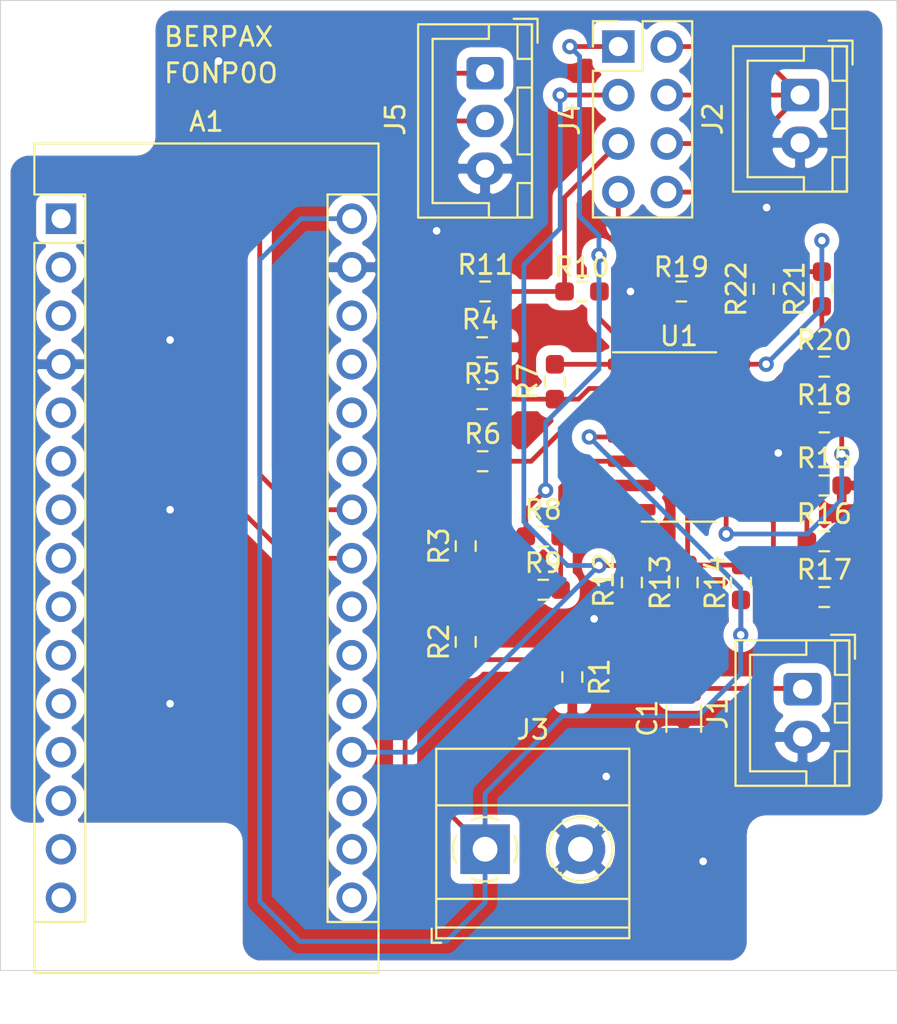
<source format=kicad_pcb>
(kicad_pcb (version 20171130) (host pcbnew "(5.1.8)-1")
  (layers (0 F.Cu signal) (31 B.Cu signal) (34 B.Paste user) (35 F.Paste user) (36 B.SilkS user) (37 F.SilkS user) (38 B.Mask user) (39 F.Mask user) (44 Edge.Cuts user))
  (net 0 "")
  (net 1 "Net-(A1-Pad16)")
  (net 2 "Net-(A1-Pad15)")
  (net 3 +12V)
  (net 4 "Net-(A1-Pad14)")
  (net 5 GND)
  (net 6 "Net-(A1-Pad13)")
  (net 7 "Net-(A1-Pad28)")
  (net 8 "Net-(A1-Pad12)")
  (net 9 "Net-(A1-Pad27)")
  (net 10 "Net-(A1-Pad11)")
  (net 11 "Net-(A1-Pad26)")
  (net 12 "Net-(A1-Pad10)")
  (net 13 "Net-(A1-Pad25)")
  (net 14 "Net-(A1-Pad9)")
  (net 15 "Net-(A1-Pad24)")
  (net 16 "Net-(A1-Pad8)")
  (net 17 "Net-(A1-Pad23)")
  (net 18 "Net-(A1-Pad7)")
  (net 19 "Net-(A1-Pad22)")
  (net 20 "Net-(A1-Pad6)")
  (net 21 "Net-(A1-Pad21)")
  (net 22 "Net-(A1-Pad5)")
  (net 23 "Net-(A1-Pad20)")
  (net 24 0-5V)
  (net 25 "Net-(A1-Pad3)")
  (net 26 "Net-(A1-Pad18)")
  (net 27 "Net-(A1-Pad2)")
  (net 28 "Net-(A1-Pad17)")
  (net 29 "Net-(A1-Pad1)")
  (net 30 "Net-(C1-Pad1)")
  (net 31 "Net-(J2-Pad1)")
  (net 32 4-20mA)
  (net 33 0-3V3)
  (net 34 0-10V)
  (net 35 "Net-(R2-Pad1)")
  (net 36 "Net-(R3-Pad1)")
  (net 37 "Net-(R4-Pad2)")
  (net 38 "Net-(R5-Pad2)")
  (net 39 "Net-(R8-Pad2)")
  (net 40 "Net-(R12-Pad2)")
  (net 41 "Net-(R13-Pad2)")
  (net 42 "Net-(R15-Pad1)")
  (net 43 "Net-(R16-Pad2)")
  (net 44 "Net-(R17-Pad1)")
  (net 45 "Net-(R18-Pad1)")
  (net 46 "Net-(R20-Pad2)")
  (net 47 "Net-(R21-Pad2)")
  (module Package_SO:SOIC-14_3.9x8.7mm_P1.27mm (layer F.Cu) (at 80.01 53.34)
    (fp_text reference U1 (at 0 -5.28) (layer F.SilkS))
    (fp_text value Opamp_Quad_Generic)
    (fp_line (start 0 4.435) (end 1.95 4.435) (layer F.SilkS) (width 0.12))
    (fp_line (start 0 4.435) (end -1.95 4.435) (layer F.SilkS) (width 0.12))
    (fp_line (start 0 -4.435) (end 1.95 -4.435) (layer F.SilkS) (width 0.12))
    (fp_line (start 0 -4.435) (end -3.45 -4.435) (layer F.SilkS) (width 0.12))
    (pad 14 smd roundrect (at 2.475 -3.81) (size 2.5 0.6) (layers F.Cu F.Paste F.Mask) (net 47 "Net-(R21-Pad2)"))
    (pad 13 smd roundrect (at 2.475 -2.54) (size 2.5 0.6) (layers F.Cu F.Paste F.Mask) (net 46 "Net-(R20-Pad2)"))
    (pad 12 smd roundrect (at 2.475 -1.27) (size 2.5 0.6) (layers F.Cu F.Paste F.Mask) (net 45 "Net-(R18-Pad1)"))
    (pad 11 smd roundrect (at 2.475 0) (size 2.5 0.6) (layers F.Cu F.Paste F.Mask) (net 5 GND))
    (pad 10 smd roundrect (at 2.475 1.27) (size 2.5 0.6) (layers F.Cu F.Paste F.Mask) (net 41 "Net-(R13-Pad2)"))
    (pad 9 smd roundrect (at 2.475 2.54) (size 2.5 0.6) (layers F.Cu F.Paste F.Mask) (net 42 "Net-(R15-Pad1)"))
    (pad 8 smd roundrect (at 2.475 3.81) (size 2.5 0.6) (layers F.Cu F.Paste F.Mask) (net 44 "Net-(R17-Pad1)"))
    (pad 7 smd roundrect (at -2.475 3.81) (size 2.5 0.6) (layers F.Cu F.Paste F.Mask) (net 24 0-5V))
    (pad 6 smd roundrect (at -2.475 2.54) (size 2.5 0.6) (layers F.Cu F.Paste F.Mask) (net 24 0-5V))
    (pad 5 smd roundrect (at -2.475 1.27) (size 2.5 0.6) (layers F.Cu F.Paste F.Mask) (net 39 "Net-(R8-Pad2)"))
    (pad 4 smd roundrect (at -2.475 0) (size 2.5 0.6) (layers F.Cu F.Paste F.Mask) (net 3 +12V))
    (pad 3 smd roundrect (at -2.475 -1.27) (size 2.5 0.6) (layers F.Cu F.Paste F.Mask) (net 36 "Net-(R3-Pad1)"))
    (pad 2 smd roundrect (at -2.475 -2.54) (size 2.5 0.6) (layers F.Cu F.Paste F.Mask) (net 38 "Net-(R5-Pad2)"))
    (pad 1 smd roundrect (at -2.475 -3.81) (size 2.5 0.6) (layers F.Cu F.Paste F.Mask) (net 34 0-10V))
  )
  (module MountingHole:MountingHole_3.2mm_M3 (layer F.Cu) (at 53.34 77.47)
    (fp_text reference M3 hide)
    (fp_text value MountingHole_3.2mm_M3)
    (pad 1 np_thru_hole circle (at 0 0) (size 3.2 3.2) (drill 3.2) (layers *.Cu *.Mask))
  )
  (module MountingHole:MountingHole_3.2mm_M3 (layer F.Cu) (at 48.26 34.29)
    (fp_text reference M3 hide)
    (fp_text value MountingHole_3.2mm_M3)
    (pad 1 np_thru_hole circle (at 0 0) (size 3.2 3.2) (drill 3.2) (layers *.Cu *.Mask))
  )
  (module MountingHole:MountingHole_3.2mm_M3 (layer F.Cu) (at 87.63 77.47)
    (fp_text reference M3 hide)
    (fp_text value MountingHole_3.2mm_M3)
    (pad 1 np_thru_hole circle (at 0 0) (size 3.2 3.2) (drill 3.2) (layers *.Cu *.Mask))
  )
  (module Module:Arduino_Nano (layer F.Cu) (at 47.625 41.91)
    (fp_text reference A1 (at 7.62 -5.08) (layer F.SilkS))
    (fp_text value Arduino_Nano_Every)
    (fp_line (start 1.27 1.27) (end 1.27 -1.27) (layer F.SilkS) (width 0.12))
    (fp_line (start 1.27 -1.27) (end -1.4 -1.27) (layer F.SilkS) (width 0.12))
    (fp_line (start -1.4 1.27) (end -1.4 39.5) (layer F.SilkS) (width 0.12))
    (fp_line (start -1.4 -3.94) (end -1.4 -1.27) (layer F.SilkS) (width 0.12))
    (fp_line (start 13.97 -1.27) (end 16.64 -1.27) (layer F.SilkS) (width 0.12))
    (fp_line (start 13.97 -1.27) (end 13.97 36.83) (layer F.SilkS) (width 0.12))
    (fp_line (start 13.97 36.83) (end 16.64 36.83) (layer F.SilkS) (width 0.12))
    (fp_line (start 1.27 1.27) (end -1.4 1.27) (layer F.SilkS) (width 0.12))
    (fp_line (start 1.27 1.27) (end 1.27 36.83) (layer F.SilkS) (width 0.12))
    (fp_line (start 1.27 36.83) (end -1.4 36.83) (layer F.SilkS) (width 0.12))
    (fp_line (start -1.4 39.5) (end 16.64 39.5) (layer F.SilkS) (width 0.12))
    (fp_line (start 16.64 39.5) (end 16.64 -3.94) (layer F.SilkS) (width 0.12))
    (fp_line (start 16.64 -3.94) (end -1.4 -3.94) (layer F.SilkS) (width 0.12))
    (pad 16 thru_hole oval (at 15.24 35.56) (size 1.6 1.6) (drill 1) (layers *.Cu *.Mask) (net 1 "Net-(A1-Pad16)"))
    (pad 15 thru_hole oval (at 0 35.56) (size 1.6 1.6) (drill 1) (layers *.Cu *.Mask) (net 2 "Net-(A1-Pad15)"))
    (pad 30 thru_hole oval (at 15.24 0) (size 1.6 1.6) (drill 1) (layers *.Cu *.Mask) (net 3 +12V))
    (pad 14 thru_hole oval (at 0 33.02) (size 1.6 1.6) (drill 1) (layers *.Cu *.Mask) (net 4 "Net-(A1-Pad14)"))
    (pad 29 thru_hole oval (at 15.24 2.54) (size 1.6 1.6) (drill 1) (layers *.Cu *.Mask) (net 5 GND))
    (pad 13 thru_hole oval (at 0 30.48) (size 1.6 1.6) (drill 1) (layers *.Cu *.Mask) (net 6 "Net-(A1-Pad13)"))
    (pad 28 thru_hole oval (at 15.24 5.08) (size 1.6 1.6) (drill 1) (layers *.Cu *.Mask) (net 7 "Net-(A1-Pad28)"))
    (pad 12 thru_hole oval (at 0 27.94) (size 1.6 1.6) (drill 1) (layers *.Cu *.Mask) (net 8 "Net-(A1-Pad12)"))
    (pad 27 thru_hole oval (at 15.24 7.62) (size 1.6 1.6) (drill 1) (layers *.Cu *.Mask) (net 9 "Net-(A1-Pad27)"))
    (pad 11 thru_hole oval (at 0 25.4) (size 1.6 1.6) (drill 1) (layers *.Cu *.Mask) (net 10 "Net-(A1-Pad11)"))
    (pad 26 thru_hole oval (at 15.24 10.16) (size 1.6 1.6) (drill 1) (layers *.Cu *.Mask) (net 11 "Net-(A1-Pad26)"))
    (pad 10 thru_hole oval (at 0 22.86) (size 1.6 1.6) (drill 1) (layers *.Cu *.Mask) (net 12 "Net-(A1-Pad10)"))
    (pad 25 thru_hole oval (at 15.24 12.7) (size 1.6 1.6) (drill 1) (layers *.Cu *.Mask) (net 13 "Net-(A1-Pad25)"))
    (pad 9 thru_hole oval (at 0 20.32) (size 1.6 1.6) (drill 1) (layers *.Cu *.Mask) (net 14 "Net-(A1-Pad9)"))
    (pad 24 thru_hole oval (at 15.24 15.24) (size 1.6 1.6) (drill 1) (layers *.Cu *.Mask) (net 15 "Net-(A1-Pad24)"))
    (pad 8 thru_hole oval (at 0 17.78) (size 1.6 1.6) (drill 1) (layers *.Cu *.Mask) (net 16 "Net-(A1-Pad8)"))
    (pad 23 thru_hole oval (at 15.24 17.78) (size 1.6 1.6) (drill 1) (layers *.Cu *.Mask) (net 17 "Net-(A1-Pad23)"))
    (pad 7 thru_hole oval (at 0 15.24) (size 1.6 1.6) (drill 1) (layers *.Cu *.Mask) (net 18 "Net-(A1-Pad7)"))
    (pad 22 thru_hole oval (at 15.24 20.32) (size 1.6 1.6) (drill 1) (layers *.Cu *.Mask) (net 19 "Net-(A1-Pad22)"))
    (pad 6 thru_hole oval (at 0 12.7) (size 1.6 1.6) (drill 1) (layers *.Cu *.Mask) (net 20 "Net-(A1-Pad6)"))
    (pad 21 thru_hole oval (at 15.24 22.86) (size 1.6 1.6) (drill 1) (layers *.Cu *.Mask) (net 21 "Net-(A1-Pad21)"))
    (pad 5 thru_hole oval (at 0 10.16) (size 1.6 1.6) (drill 1) (layers *.Cu *.Mask) (net 22 "Net-(A1-Pad5)"))
    (pad 20 thru_hole oval (at 15.24 25.4) (size 1.6 1.6) (drill 1) (layers *.Cu *.Mask) (net 23 "Net-(A1-Pad20)"))
    (pad 4 thru_hole oval (at 0 7.62) (size 1.6 1.6) (drill 1) (layers *.Cu *.Mask) (net 5 GND))
    (pad 19 thru_hole oval (at 15.24 27.94) (size 1.6 1.6) (drill 1) (layers *.Cu *.Mask) (net 24 0-5V))
    (pad 3 thru_hole oval (at 0 5.08) (size 1.6 1.6) (drill 1) (layers *.Cu *.Mask) (net 25 "Net-(A1-Pad3)"))
    (pad 18 thru_hole oval (at 15.24 30.48) (size 1.6 1.6) (drill 1) (layers *.Cu *.Mask) (net 26 "Net-(A1-Pad18)"))
    (pad 2 thru_hole oval (at 0 2.54) (size 1.6 1.6) (drill 1) (layers *.Cu *.Mask) (net 27 "Net-(A1-Pad2)"))
    (pad 17 thru_hole oval (at 15.24 33.02) (size 1.6 1.6) (drill 1) (layers *.Cu *.Mask) (net 28 "Net-(A1-Pad17)"))
    (pad 1 thru_hole rect (at 0 0) (size 1.6 1.6) (drill 1) (layers *.Cu *.Mask) (net 29 "Net-(A1-Pad1)"))
  )
  (module Capacitor_SMD:C_1206_3216Metric_Pad1.33x1.80mm_HandSolder (layer F.Cu) (at 80.264 68.072 270)
    (fp_text reference C1 (at 0 1.905 90) (layer F.SilkS))
    (fp_text value C)
    (fp_line (start -0.711252 -0.91) (end 0.711252 -0.91) (layer F.SilkS) (width 0.12))
    (fp_line (start -0.711252 0.91) (end 0.711252 0.91) (layer F.SilkS) (width 0.12))
    (pad 2 smd roundrect (at 1.5625 0 270) (size 1.325 1.8) (layers F.Cu F.Paste F.Mask) (roundrect_rratio 0.1886784905660377) (net 5 GND))
    (pad 1 smd roundrect (at -1.5625 0 270) (size 1.325 1.8) (layers F.Cu F.Paste F.Mask) (roundrect_rratio 0.1886784905660377) (net 30 "Net-(C1-Pad1)"))
  )
  (module Resistor_SMD:R_0603_1608Metric_Pad0.98x0.95mm_HandSolder (layer F.Cu) (at 84.455 45.593 90)
    (fp_text reference R22 (at 0 -1.43 90) (layer F.SilkS))
    (fp_text value 47)
    (fp_line (start -0.254724 -0.5225) (end 0.254724 -0.5225) (layer F.SilkS) (width 0.12))
    (fp_line (start -0.254724 0.5225) (end 0.254724 0.5225) (layer F.SilkS) (width 0.12))
    (pad 2 smd roundrect (at 0.9125 0 90) (size 0.975 0.95) (layers F.Cu F.Paste F.Mask) (net 47 "Net-(R21-Pad2)"))
    (pad 1 smd roundrect (at -0.9125 0 90) (size 0.975 0.95) (layers F.Cu F.Paste F.Mask) (net 32 4-20mA))
  )
  (module Resistor_SMD:R_0603_1608Metric_Pad0.98x0.95mm_HandSolder (layer F.Cu) (at 87.503 45.593 90)
    (fp_text reference R21 (at 0 -1.43 90) (layer F.SilkS))
    (fp_text value 15k)
    (fp_line (start -0.254724 -0.5225) (end 0.254724 -0.5225) (layer F.SilkS) (width 0.12))
    (fp_line (start -0.254724 0.5225) (end 0.254724 0.5225) (layer F.SilkS) (width 0.12))
    (pad 2 smd roundrect (at 0.9125 0 90) (size 0.975 0.95) (layers F.Cu F.Paste F.Mask) (net 47 "Net-(R21-Pad2)"))
    (pad 1 smd roundrect (at -0.9125 0 90) (size 0.975 0.95) (layers F.Cu F.Paste F.Mask) (net 46 "Net-(R20-Pad2)"))
  )
  (module Resistor_SMD:R_0603_1608Metric_Pad0.98x0.95mm_HandSolder (layer F.Cu) (at 87.63 49.657 180)
    (fp_text reference R20 (at 0 1.397) (layer F.SilkS))
    (fp_text value 10k)
    (fp_line (start -0.254724 -0.5225) (end 0.254724 -0.5225) (layer F.SilkS) (width 0.12))
    (fp_line (start -0.254724 0.5225) (end 0.254724 0.5225) (layer F.SilkS) (width 0.12))
    (pad 2 smd roundrect (at 0.9125 0 180) (size 0.975 0.95) (layers F.Cu F.Paste F.Mask) (net 46 "Net-(R20-Pad2)"))
    (pad 1 smd roundrect (at -0.9125 0 180) (size 0.975 0.95) (layers F.Cu F.Paste F.Mask) (net 5 GND))
  )
  (module Resistor_SMD:R_0603_1608Metric_Pad0.98x0.95mm_HandSolder (layer F.Cu) (at 80.137 45.72 180)
    (fp_text reference R19 (at 0 1.27) (layer F.SilkS))
    (fp_text value 15k)
    (fp_line (start -0.254724 -0.5225) (end 0.254724 -0.5225) (layer F.SilkS) (width 0.12))
    (fp_line (start -0.254724 0.5225) (end 0.254724 0.5225) (layer F.SilkS) (width 0.12))
    (pad 2 smd roundrect (at 0.9125 0 180) (size 0.975 0.95) (layers F.Cu F.Paste F.Mask) (net 45 "Net-(R18-Pad1)"))
    (pad 1 smd roundrect (at -0.9125 0 180) (size 0.975 0.95) (layers F.Cu F.Paste F.Mask) (net 32 4-20mA))
  )
  (module Resistor_SMD:R_0603_1608Metric_Pad0.98x0.95mm_HandSolder (layer F.Cu) (at 87.63 52.578)
    (fp_text reference R18 (at 0 -1.43) (layer F.SilkS))
    (fp_text value 100k)
    (fp_line (start -0.254724 -0.5225) (end 0.254724 -0.5225) (layer F.SilkS) (width 0.12))
    (fp_line (start -0.254724 0.5225) (end 0.254724 0.5225) (layer F.SilkS) (width 0.12))
    (pad 2 smd roundrect (at 0.9125 0) (size 0.975 0.95) (layers F.Cu F.Paste F.Mask) (net 44 "Net-(R17-Pad1)"))
    (pad 1 smd roundrect (at -0.9125 0) (size 0.975 0.95) (layers F.Cu F.Paste F.Mask) (net 45 "Net-(R18-Pad1)"))
  )
  (module Resistor_SMD:R_0603_1608Metric_Pad0.98x0.95mm_HandSolder (layer F.Cu) (at 87.63 61.722)
    (fp_text reference R17 (at 0 -1.43) (layer F.SilkS))
    (fp_text value 100)
    (fp_line (start -0.254724 -0.5225) (end 0.254724 -0.5225) (layer F.SilkS) (width 0.12))
    (fp_line (start -0.254724 0.5225) (end 0.254724 0.5225) (layer F.SilkS) (width 0.12))
    (pad 2 smd roundrect (at 0.9125 0) (size 0.975 0.95) (layers F.Cu F.Paste F.Mask) (net 43 "Net-(R16-Pad2)"))
    (pad 1 smd roundrect (at -0.9125 0) (size 0.975 0.95) (layers F.Cu F.Paste F.Mask) (net 44 "Net-(R17-Pad1)"))
  )
  (module Resistor_SMD:R_0603_1608Metric_Pad0.98x0.95mm_HandSolder (layer F.Cu) (at 87.63 58.801)
    (fp_text reference R16 (at 0 -1.43) (layer F.SilkS))
    (fp_text value 2,4k)
    (fp_line (start -0.254724 -0.5225) (end 0.254724 -0.5225) (layer F.SilkS) (width 0.12))
    (fp_line (start -0.254724 0.5225) (end 0.254724 0.5225) (layer F.SilkS) (width 0.12))
    (pad 2 smd roundrect (at 0.9125 0) (size 0.975 0.95) (layers F.Cu F.Paste F.Mask) (net 43 "Net-(R16-Pad2)"))
    (pad 1 smd roundrect (at -0.9125 0) (size 0.975 0.95) (layers F.Cu F.Paste F.Mask) (net 42 "Net-(R15-Pad1)"))
  )
  (module Resistor_SMD:R_0603_1608Metric_Pad0.98x0.95mm_HandSolder (layer F.Cu) (at 87.63 55.88)
    (fp_text reference R15 (at 0 -1.43) (layer F.SilkS))
    (fp_text value 24k)
    (fp_line (start -0.254724 -0.5225) (end 0.254724 -0.5225) (layer F.SilkS) (width 0.12))
    (fp_line (start -0.254724 0.5225) (end 0.254724 0.5225) (layer F.SilkS) (width 0.12))
    (pad 2 smd roundrect (at 0.9125 0) (size 0.975 0.95) (layers F.Cu F.Paste F.Mask) (net 5 GND))
    (pad 1 smd roundrect (at -0.9125 0) (size 0.975 0.95) (layers F.Cu F.Paste F.Mask) (net 42 "Net-(R15-Pad1)"))
  )
  (module Resistor_SMD:R_0603_1608Metric_Pad0.98x0.95mm_HandSolder (layer F.Cu) (at 83.2612 60.96 270)
    (fp_text reference R14 (at 0 1.3462 90) (layer F.SilkS))
    (fp_text value 24k)
    (fp_line (start -0.254724 -0.5225) (end 0.254724 -0.5225) (layer F.SilkS) (width 0.12))
    (fp_line (start -0.254724 0.5225) (end 0.254724 0.5225) (layer F.SilkS) (width 0.12))
    (pad 2 smd roundrect (at 0.9125 0 270) (size 0.975 0.95) (layers F.Cu F.Paste F.Mask) (net 3 +12V))
    (pad 1 smd roundrect (at -0.9125 0 270) (size 0.975 0.95) (layers F.Cu F.Paste F.Mask) (net 41 "Net-(R13-Pad2)"))
  )
  (module Resistor_SMD:R_0603_1608Metric_Pad0.98x0.95mm_HandSolder (layer F.Cu) (at 80.4672 60.96 90)
    (fp_text reference R13 (at 0 -1.43 90) (layer F.SilkS))
    (fp_text value 100)
    (fp_line (start -0.254724 -0.5225) (end 0.254724 -0.5225) (layer F.SilkS) (width 0.12))
    (fp_line (start -0.254724 0.5225) (end 0.254724 0.5225) (layer F.SilkS) (width 0.12))
    (pad 2 smd roundrect (at 0.9125 0 90) (size 0.975 0.95) (layers F.Cu F.Paste F.Mask) (net 41 "Net-(R13-Pad2)"))
    (pad 1 smd roundrect (at -0.9125 0 90) (size 0.975 0.95) (layers F.Cu F.Paste F.Mask) (net 40 "Net-(R12-Pad2)"))
  )
  (module Resistor_SMD:R_0603_1608Metric_Pad0.98x0.95mm_HandSolder (layer F.Cu) (at 77.5462 60.96 270)
    (fp_text reference R12 (at -0.127 1.4732 90) (layer F.SilkS))
    (fp_text value 2,4k)
    (fp_line (start -0.254724 -0.5225) (end 0.254724 -0.5225) (layer F.SilkS) (width 0.12))
    (fp_line (start -0.254724 0.5225) (end 0.254724 0.5225) (layer F.SilkS) (width 0.12))
    (pad 2 smd roundrect (at 0.9125 0 270) (size 0.975 0.95) (layers F.Cu F.Paste F.Mask) (net 40 "Net-(R12-Pad2)"))
    (pad 1 smd roundrect (at -0.9125 0 270) (size 0.975 0.95) (layers F.Cu F.Paste F.Mask) (net 24 0-5V))
  )
  (module Resistor_SMD:R_0603_1608Metric_Pad0.98x0.95mm_HandSolder (layer F.Cu) (at 69.85 45.72 180)
    (fp_text reference R11 (at 0 1.397) (layer F.SilkS))
    (fp_text value 1k)
    (fp_line (start -0.254724 -0.5225) (end 0.254724 -0.5225) (layer F.SilkS) (width 0.12))
    (fp_line (start -0.254724 0.5225) (end 0.254724 0.5225) (layer F.SilkS) (width 0.12))
    (pad 2 smd roundrect (at 0.9125 0 180) (size 0.975 0.95) (layers F.Cu F.Paste F.Mask) (net 5 GND))
    (pad 1 smd roundrect (at -0.9125 0 180) (size 0.975 0.95) (layers F.Cu F.Paste F.Mask) (net 33 0-3V3))
  )
  (module Resistor_SMD:R_0603_1608Metric_Pad0.98x0.95mm_HandSolder (layer F.Cu) (at 74.93 45.72 180)
    (fp_text reference R10 (at 0 1.27) (layer F.SilkS))
    (fp_text value 2k)
    (fp_line (start -0.254724 -0.5225) (end 0.254724 -0.5225) (layer F.SilkS) (width 0.12))
    (fp_line (start -0.254724 0.5225) (end 0.254724 0.5225) (layer F.SilkS) (width 0.12))
    (pad 2 smd roundrect (at 0.9125 0 180) (size 0.975 0.95) (layers F.Cu F.Paste F.Mask) (net 33 0-3V3))
    (pad 1 smd roundrect (at -0.9125 0 180) (size 0.975 0.95) (layers F.Cu F.Paste F.Mask) (net 34 0-10V))
  )
  (module Resistor_SMD:R_0603_1608Metric_Pad0.98x0.95mm_HandSolder (layer F.Cu) (at 72.898 61.341 180)
    (fp_text reference R9 (at 0 1.397) (layer F.SilkS))
    (fp_text value 10k)
    (fp_line (start -0.254724 0.5225) (end 0.254724 0.5225) (layer F.SilkS) (width 0.12))
    (fp_line (start -0.254724 -0.5225) (end 0.254724 -0.5225) (layer F.SilkS) (width 0.12))
    (pad 1 smd roundrect (at -0.9125 0 180) (size 0.975 0.95) (layers F.Cu F.Paste F.Mask) (net 39 "Net-(R8-Pad2)"))
    (pad 2 smd roundrect (at 0.9125 0 180) (size 0.975 0.95) (layers F.Cu F.Paste F.Mask) (net 5 GND))
  )
  (module Resistor_SMD:R_0603_1608Metric_Pad0.98x0.95mm_HandSolder (layer F.Cu) (at 72.898 58.547)
    (fp_text reference R8 (at 0 -1.397) (layer F.SilkS))
    (fp_text value 10k)
    (fp_line (start -0.254724 -0.5225) (end 0.254724 -0.5225) (layer F.SilkS) (width 0.12))
    (fp_line (start -0.254724 0.5225) (end 0.254724 0.5225) (layer F.SilkS) (width 0.12))
    (pad 2 smd roundrect (at 0.9125 0) (size 0.975 0.95) (layers F.Cu F.Paste F.Mask) (net 39 "Net-(R8-Pad2)"))
    (pad 1 smd roundrect (at -0.9125 0) (size 0.975 0.95) (layers F.Cu F.Paste F.Mask) (net 34 0-10V))
  )
  (module Resistor_SMD:R_0603_1608Metric_Pad0.98x0.95mm_HandSolder (layer F.Cu) (at 73.5076 50.4463 90)
    (fp_text reference R7 (at 0 -1.43 90) (layer F.SilkS))
    (fp_text value 10k)
    (fp_line (start -0.254724 -0.5225) (end 0.254724 -0.5225) (layer F.SilkS) (width 0.12))
    (fp_line (start -0.254724 0.5225) (end 0.254724 0.5225) (layer F.SilkS) (width 0.12))
    (pad 2 smd roundrect (at 0.9125 0 90) (size 0.975 0.95) (layers F.Cu F.Paste F.Mask) (net 34 0-10V))
    (pad 1 smd roundrect (at -0.9125 0 90) (size 0.975 0.95) (layers F.Cu F.Paste F.Mask) (net 38 "Net-(R5-Pad2)"))
  )
  (module Resistor_SMD:R_0603_1608Metric_Pad0.98x0.95mm_HandSolder (layer F.Cu) (at 69.723 54.61)
    (fp_text reference R6 (at 0 -1.43) (layer F.SilkS))
    (fp_text value 24k)
    (fp_line (start -0.254724 -0.5225) (end 0.254724 -0.5225) (layer F.SilkS) (width 0.12))
    (fp_line (start -0.254724 0.5225) (end 0.254724 0.5225) (layer F.SilkS) (width 0.12))
    (pad 2 smd roundrect (at 0.9125 0) (size 0.975 0.95) (layers F.Cu F.Paste F.Mask) (net 36 "Net-(R3-Pad1)"))
    (pad 1 smd roundrect (at -0.9125 0) (size 0.975 0.95) (layers F.Cu F.Paste F.Mask) (net 3 +12V))
  )
  (module Resistor_SMD:R_0603_1608Metric_Pad0.98x0.95mm_HandSolder (layer F.Cu) (at 69.6976 51.3588)
    (fp_text reference R5 (at 0 -1.3208) (layer F.SilkS))
    (fp_text value 130)
    (fp_line (start -0.254724 -0.5225) (end 0.254724 -0.5225) (layer F.SilkS) (width 0.12))
    (fp_line (start -0.254724 0.5225) (end 0.254724 0.5225) (layer F.SilkS) (width 0.12))
    (pad 2 smd roundrect (at 0.9125 0) (size 0.975 0.95) (layers F.Cu F.Paste F.Mask) (net 38 "Net-(R5-Pad2)"))
    (pad 1 smd roundrect (at -0.9125 0) (size 0.975 0.95) (layers F.Cu F.Paste F.Mask) (net 37 "Net-(R4-Pad2)"))
  )
  (module Resistor_SMD:R_0603_1608Metric_Pad0.98x0.95mm_HandSolder (layer F.Cu) (at 69.6976 48.641 180)
    (fp_text reference R4 (at 0.1016 1.4478) (layer F.SilkS))
    (fp_text value 9,1k)
    (fp_line (start -0.254724 -0.5225) (end 0.254724 -0.5225) (layer F.SilkS) (width 0.12))
    (fp_line (start -0.254724 0.5225) (end 0.254724 0.5225) (layer F.SilkS) (width 0.12))
    (pad 2 smd roundrect (at 0.9125 0 180) (size 0.975 0.95) (layers F.Cu F.Paste F.Mask) (net 37 "Net-(R4-Pad2)"))
    (pad 1 smd roundrect (at -0.9125 0 180) (size 0.975 0.95) (layers F.Cu F.Paste F.Mask) (net 5 GND))
  )
  (module Resistor_SMD:R_0603_1608Metric_Pad0.98x0.95mm_HandSolder (layer F.Cu) (at 68.834 59.055 270)
    (fp_text reference R3 (at 0 1.397 90) (layer F.SilkS))
    (fp_text value 3k)
    (fp_line (start -0.254724 -0.5225) (end 0.254724 -0.5225) (layer F.SilkS) (width 0.12))
    (fp_line (start -0.254724 0.5225) (end 0.254724 0.5225) (layer F.SilkS) (width 0.12))
    (pad 2 smd roundrect (at 0.9125 0 270) (size 0.975 0.95) (layers F.Cu F.Paste F.Mask) (net 35 "Net-(R2-Pad1)"))
    (pad 1 smd roundrect (at -0.9125 0 270) (size 0.975 0.95) (layers F.Cu F.Paste F.Mask) (net 36 "Net-(R3-Pad1)"))
  )
  (module Resistor_SMD:R_0603_1608Metric_Pad0.98x0.95mm_HandSolder (layer F.Cu) (at 68.834 64.0715 270)
    (fp_text reference R2 (at 0 1.397 90) (layer F.SilkS))
    (fp_text value 3k)
    (fp_line (start -0.254724 -0.5225) (end 0.254724 -0.5225) (layer F.SilkS) (width 0.12))
    (fp_line (start -0.254724 0.5225) (end 0.254724 0.5225) (layer F.SilkS) (width 0.12))
    (pad 2 smd roundrect (at 0.9125 0 270) (size 0.975 0.95) (layers F.Cu F.Paste F.Mask) (net 30 "Net-(C1-Pad1)"))
    (pad 1 smd roundrect (at -0.9125 0 270) (size 0.975 0.95) (layers F.Cu F.Paste F.Mask) (net 35 "Net-(R2-Pad1)"))
  )
  (module Resistor_SMD:R_0603_1608Metric_Pad0.98x0.95mm_HandSolder (layer F.Cu) (at 74.422 65.913 270)
    (fp_text reference R1 (at 0 -1.43 90) (layer F.SilkS))
    (fp_text value 10k)
    (fp_line (start -0.254724 -0.5225) (end 0.254724 -0.5225) (layer F.SilkS) (width 0.12))
    (fp_line (start -0.254724 0.5225) (end 0.254724 0.5225) (layer F.SilkS) (width 0.12))
    (pad 2 smd roundrect (at 0.9125 0 270) (size 0.975 0.95) (layers F.Cu F.Paste F.Mask) (net 5 GND))
    (pad 1 smd roundrect (at -0.9125 0 270) (size 0.975 0.95) (layers F.Cu F.Paste F.Mask) (net 30 "Net-(C1-Pad1)"))
  )
  (module Connector_JST:JST_XH_B3B-XH-A_1x03_P2.50mm_Vertical (layer F.Cu) (at 69.85 34.29 270)
    (fp_text reference J5 (at 2.413 4.699 90) (layer F.SilkS))
    (fp_text value Conn_01x03_Female)
    (fp_line (start -2.56 -2.46) (end -2.56 3.51) (layer F.SilkS) (width 0.12))
    (fp_line (start -2.56 3.51) (end 7.56 3.51) (layer F.SilkS) (width 0.12))
    (fp_line (start 7.56 3.51) (end 7.56 -2.46) (layer F.SilkS) (width 0.12))
    (fp_line (start 7.56 -2.46) (end -2.56 -2.46) (layer F.SilkS) (width 0.12))
    (fp_line (start 0.75 -2.45) (end 0.75 -1.7) (layer F.SilkS) (width 0.12))
    (fp_line (start 0.75 -1.7) (end 4.25 -1.7) (layer F.SilkS) (width 0.12))
    (fp_line (start 4.25 -1.7) (end 4.25 -2.45) (layer F.SilkS) (width 0.12))
    (fp_line (start 4.25 -2.45) (end 0.75 -2.45) (layer F.SilkS) (width 0.12))
    (fp_line (start -2.55 -2.45) (end -2.55 -1.7) (layer F.SilkS) (width 0.12))
    (fp_line (start -2.55 -1.7) (end -0.75 -1.7) (layer F.SilkS) (width 0.12))
    (fp_line (start -0.75 -1.7) (end -0.75 -2.45) (layer F.SilkS) (width 0.12))
    (fp_line (start -0.75 -2.45) (end -2.55 -2.45) (layer F.SilkS) (width 0.12))
    (fp_line (start 5.75 -2.45) (end 5.75 -1.7) (layer F.SilkS) (width 0.12))
    (fp_line (start 5.75 -1.7) (end 7.55 -1.7) (layer F.SilkS) (width 0.12))
    (fp_line (start 7.55 -1.7) (end 7.55 -2.45) (layer F.SilkS) (width 0.12))
    (fp_line (start 7.55 -2.45) (end 5.75 -2.45) (layer F.SilkS) (width 0.12))
    (fp_line (start -2.55 -0.2) (end -1.8 -0.2) (layer F.SilkS) (width 0.12))
    (fp_line (start -1.8 -0.2) (end -1.8 2.75) (layer F.SilkS) (width 0.12))
    (fp_line (start -1.8 2.75) (end 2.5 2.75) (layer F.SilkS) (width 0.12))
    (fp_line (start 7.55 -0.2) (end 6.8 -0.2) (layer F.SilkS) (width 0.12))
    (fp_line (start 6.8 -0.2) (end 6.8 2.75) (layer F.SilkS) (width 0.12))
    (fp_line (start 6.8 2.75) (end 2.5 2.75) (layer F.SilkS) (width 0.12))
    (fp_line (start -1.6 -2.75) (end -2.85 -2.75) (layer F.SilkS) (width 0.12))
    (fp_line (start -2.85 -2.75) (end -2.85 -1.5) (layer F.SilkS) (width 0.12))
    (pad 3 thru_hole oval (at 5 0 270) (size 1.7 1.95) (drill 0.95) (layers *.Cu *.Mask) (net 5 GND))
    (pad 2 thru_hole oval (at 2.5 0 270) (size 1.7 1.95) (drill 0.95) (layers *.Cu *.Mask) (net 15 "Net-(A1-Pad24)"))
    (pad 1 thru_hole roundrect (at 0 0 270) (size 1.7 1.95) (drill 0.95) (layers *.Cu *.Mask) (roundrect_rratio 0.1470588235294118) (net 17 "Net-(A1-Pad23)"))
  )
  (module Connector_PinHeader_2.54mm:PinHeader_2x04_P2.54mm_Vertical (layer F.Cu) (at 76.835 32.893)
    (fp_text reference J4 (at -2.54 3.81 90) (layer F.SilkS))
    (fp_text value Conn_02x04_Odd_Even)
    (fp_line (start -1.33 8.95) (end 3.87 8.95) (layer F.SilkS) (width 0.12))
    (fp_line (start -1.33 1.27) (end -1.33 8.95) (layer F.SilkS) (width 0.12))
    (fp_line (start 3.87 -1.33) (end 3.87 8.95) (layer F.SilkS) (width 0.12))
    (fp_line (start -1.33 1.27) (end 1.27 1.27) (layer F.SilkS) (width 0.12))
    (fp_line (start 1.27 1.27) (end 1.27 -1.33) (layer F.SilkS) (width 0.12))
    (fp_line (start 1.27 -1.33) (end 3.87 -1.33) (layer F.SilkS) (width 0.12))
    (fp_line (start -1.33 0) (end -1.33 -1.33) (layer F.SilkS) (width 0.12))
    (fp_line (start -1.33 -1.33) (end 0 -1.33) (layer F.SilkS) (width 0.12))
    (pad 8 thru_hole oval (at 2.54 7.62) (size 1.7 1.7) (drill 1) (layers *.Cu *.Mask) (net 31 "Net-(J2-Pad1)"))
    (pad 7 thru_hole oval (at 0 7.62) (size 1.7 1.7) (drill 1) (layers *.Cu *.Mask) (net 32 4-20mA))
    (pad 6 thru_hole oval (at 2.54 5.08) (size 1.7 1.7) (drill 1) (layers *.Cu *.Mask) (net 31 "Net-(J2-Pad1)"))
    (pad 5 thru_hole oval (at 0 5.08) (size 1.7 1.7) (drill 1) (layers *.Cu *.Mask) (net 33 0-3V3))
    (pad 4 thru_hole oval (at 2.54 2.54) (size 1.7 1.7) (drill 1) (layers *.Cu *.Mask) (net 31 "Net-(J2-Pad1)"))
    (pad 3 thru_hole oval (at 0 2.54) (size 1.7 1.7) (drill 1) (layers *.Cu *.Mask) (net 24 0-5V))
    (pad 2 thru_hole oval (at 2.54 0) (size 1.7 1.7) (drill 1) (layers *.Cu *.Mask) (net 31 "Net-(J2-Pad1)"))
    (pad 1 thru_hole rect (at 0 0) (size 1.7 1.7) (drill 1) (layers *.Cu *.Mask) (net 34 0-10V))
  )
  (module TerminalBlock_Phoenix:TerminalBlock_Phoenix_MKDS-1,5-2_1x02_P5.00mm_Horizontal (layer F.Cu) (at 69.85 74.93)
    (fp_text reference J3 (at 2.5 -6.26) (layer F.SilkS))
    (fp_text value Screw_Terminal_01x02)
    (fp_circle (center 5 0) (end 6.68 0) (layer F.SilkS) (width 0.12))
    (fp_line (start -2.56 4.1) (end 7.56 4.1) (layer F.SilkS) (width 0.12))
    (fp_line (start -2.56 2.6) (end 7.56 2.6) (layer F.SilkS) (width 0.12))
    (fp_line (start -2.56 -2.301) (end 7.56 -2.301) (layer F.SilkS) (width 0.12))
    (fp_line (start -2.56 -5.261) (end 7.56 -5.261) (layer F.SilkS) (width 0.12))
    (fp_line (start -2.56 4.66) (end 7.56 4.66) (layer F.SilkS) (width 0.12))
    (fp_line (start -2.56 -5.261) (end -2.56 4.66) (layer F.SilkS) (width 0.12))
    (fp_line (start 7.56 -5.261) (end 7.56 4.66) (layer F.SilkS) (width 0.12))
    (fp_line (start 6.275 -1.069) (end 6.228 -1.023) (layer F.SilkS) (width 0.12))
    (fp_line (start 3.966 1.239) (end 3.931 1.274) (layer F.SilkS) (width 0.12))
    (fp_line (start 6.07 -1.275) (end 6.035 -1.239) (layer F.SilkS) (width 0.12))
    (fp_line (start 3.773 1.023) (end 3.726 1.069) (layer F.SilkS) (width 0.12))
    (fp_line (start -2.8 4.16) (end -2.8 4.9) (layer F.SilkS) (width 0.12))
    (fp_line (start -2.8 4.9) (end -2.3 4.9) (layer F.SilkS) (width 0.12))
    (fp_arc (start 0 0) (end -0.684 1.535) (angle -25) (layer F.SilkS) (width 0.12))
    (fp_arc (start 0 0) (end -1.535 -0.684) (angle -48) (layer F.SilkS) (width 0.12))
    (fp_arc (start 0 0) (end 0.684 -1.535) (angle -48) (layer F.SilkS) (width 0.12))
    (fp_arc (start 0 0) (end 1.535 0.684) (angle -48) (layer F.SilkS) (width 0.12))
    (fp_arc (start 0 0) (end 0 1.68) (angle -24) (layer F.SilkS) (width 0.12))
    (pad 2 thru_hole circle (at 5 0) (size 2.6 2.6) (drill 1.3) (layers *.Cu *.Mask) (net 5 GND))
    (pad 1 thru_hole rect (at 0 0) (size 2.6 2.6) (drill 1.3) (layers *.Cu *.Mask) (net 3 +12V))
  )
  (module Connector_JST:JST_XH_B2B-XH-A_1x02_P2.50mm_Vertical (layer F.Cu) (at 86.36 35.433 270)
    (fp_text reference J2 (at 1.25 4.572 90) (layer F.SilkS))
    (fp_text value Conn_01x02_Female)
    (fp_line (start -2.56 -2.46) (end -2.56 3.51) (layer F.SilkS) (width 0.12))
    (fp_line (start -2.56 3.51) (end 5.06 3.51) (layer F.SilkS) (width 0.12))
    (fp_line (start 5.06 3.51) (end 5.06 -2.46) (layer F.SilkS) (width 0.12))
    (fp_line (start 5.06 -2.46) (end -2.56 -2.46) (layer F.SilkS) (width 0.12))
    (fp_line (start 0.75 -2.45) (end 0.75 -1.7) (layer F.SilkS) (width 0.12))
    (fp_line (start 0.75 -1.7) (end 1.75 -1.7) (layer F.SilkS) (width 0.12))
    (fp_line (start 1.75 -1.7) (end 1.75 -2.45) (layer F.SilkS) (width 0.12))
    (fp_line (start 1.75 -2.45) (end 0.75 -2.45) (layer F.SilkS) (width 0.12))
    (fp_line (start -2.55 -2.45) (end -2.55 -1.7) (layer F.SilkS) (width 0.12))
    (fp_line (start -2.55 -1.7) (end -0.75 -1.7) (layer F.SilkS) (width 0.12))
    (fp_line (start -0.75 -1.7) (end -0.75 -2.45) (layer F.SilkS) (width 0.12))
    (fp_line (start -0.75 -2.45) (end -2.55 -2.45) (layer F.SilkS) (width 0.12))
    (fp_line (start 3.25 -2.45) (end 3.25 -1.7) (layer F.SilkS) (width 0.12))
    (fp_line (start 3.25 -1.7) (end 5.05 -1.7) (layer F.SilkS) (width 0.12))
    (fp_line (start 5.05 -1.7) (end 5.05 -2.45) (layer F.SilkS) (width 0.12))
    (fp_line (start 5.05 -2.45) (end 3.25 -2.45) (layer F.SilkS) (width 0.12))
    (fp_line (start -2.55 -0.2) (end -1.8 -0.2) (layer F.SilkS) (width 0.12))
    (fp_line (start -1.8 -0.2) (end -1.8 2.75) (layer F.SilkS) (width 0.12))
    (fp_line (start -1.8 2.75) (end 1.25 2.75) (layer F.SilkS) (width 0.12))
    (fp_line (start 5.05 -0.2) (end 4.3 -0.2) (layer F.SilkS) (width 0.12))
    (fp_line (start 4.3 -0.2) (end 4.3 2.75) (layer F.SilkS) (width 0.12))
    (fp_line (start 4.3 2.75) (end 1.25 2.75) (layer F.SilkS) (width 0.12))
    (fp_line (start -1.6 -2.75) (end -2.85 -2.75) (layer F.SilkS) (width 0.12))
    (fp_line (start -2.85 -2.75) (end -2.85 -1.5) (layer F.SilkS) (width 0.12))
    (pad 2 thru_hole oval (at 2.5 0 270) (size 1.7 2) (drill 1) (layers *.Cu *.Mask) (net 5 GND))
    (pad 1 thru_hole roundrect (at 0 0 270) (size 1.7 2) (drill 1) (layers *.Cu *.Mask) (roundrect_rratio 0.1470588235294118) (net 31 "Net-(J2-Pad1)"))
  )
  (module Connector_JST:JST_XH_B2B-XH-A_1x02_P2.50mm_Vertical (layer F.Cu) (at 86.487 66.548 270)
    (fp_text reference J1 (at 1.25 4.445 90) (layer F.SilkS))
    (fp_text value Conn_01x02_Female)
    (fp_line (start -2.56 -2.46) (end -2.56 3.51) (layer F.SilkS) (width 0.12))
    (fp_line (start -2.56 3.51) (end 5.06 3.51) (layer F.SilkS) (width 0.12))
    (fp_line (start 5.06 3.51) (end 5.06 -2.46) (layer F.SilkS) (width 0.12))
    (fp_line (start 5.06 -2.46) (end -2.56 -2.46) (layer F.SilkS) (width 0.12))
    (fp_line (start 0.75 -2.45) (end 0.75 -1.7) (layer F.SilkS) (width 0.12))
    (fp_line (start 0.75 -1.7) (end 1.75 -1.7) (layer F.SilkS) (width 0.12))
    (fp_line (start 1.75 -1.7) (end 1.75 -2.45) (layer F.SilkS) (width 0.12))
    (fp_line (start 1.75 -2.45) (end 0.75 -2.45) (layer F.SilkS) (width 0.12))
    (fp_line (start -2.55 -2.45) (end -2.55 -1.7) (layer F.SilkS) (width 0.12))
    (fp_line (start -2.55 -1.7) (end -0.75 -1.7) (layer F.SilkS) (width 0.12))
    (fp_line (start -0.75 -1.7) (end -0.75 -2.45) (layer F.SilkS) (width 0.12))
    (fp_line (start -0.75 -2.45) (end -2.55 -2.45) (layer F.SilkS) (width 0.12))
    (fp_line (start 3.25 -2.45) (end 3.25 -1.7) (layer F.SilkS) (width 0.12))
    (fp_line (start 3.25 -1.7) (end 5.05 -1.7) (layer F.SilkS) (width 0.12))
    (fp_line (start 5.05 -1.7) (end 5.05 -2.45) (layer F.SilkS) (width 0.12))
    (fp_line (start 5.05 -2.45) (end 3.25 -2.45) (layer F.SilkS) (width 0.12))
    (fp_line (start -2.55 -0.2) (end -1.8 -0.2) (layer F.SilkS) (width 0.12))
    (fp_line (start -1.8 -0.2) (end -1.8 2.75) (layer F.SilkS) (width 0.12))
    (fp_line (start -1.8 2.75) (end 1.25 2.75) (layer F.SilkS) (width 0.12))
    (fp_line (start 5.05 -0.2) (end 4.3 -0.2) (layer F.SilkS) (width 0.12))
    (fp_line (start 4.3 -0.2) (end 4.3 2.75) (layer F.SilkS) (width 0.12))
    (fp_line (start 4.3 2.75) (end 1.25 2.75) (layer F.SilkS) (width 0.12))
    (fp_line (start -1.6 -2.75) (end -2.85 -2.75) (layer F.SilkS) (width 0.12))
    (fp_line (start -2.85 -2.75) (end -2.85 -1.5) (layer F.SilkS) (width 0.12))
    (pad 2 thru_hole oval (at 2.5 0 270) (size 1.7 2) (drill 1) (layers *.Cu *.Mask) (net 5 GND))
    (pad 1 thru_hole roundrect (at 0 0 270) (size 1.7 2) (drill 1) (layers *.Cu *.Mask) (roundrect_rratio 0.1470588235294118) (net 30 "Net-(C1-Pad1)"))
  )
  (gr_line (start 91.44 30.48) (end 44.45 30.48) (layer Edge.Cuts) (width 0.05))
  (gr_line (start 91.44 81.28) (end 91.44 30.48) (layer Edge.Cuts) (width 0.05))
  (gr_line (start 44.45 81.28) (end 91.44 81.28) (layer Edge.Cuts) (width 0.05))
  (gr_line (start 44.45 30.48) (end 44.45 81.28) (layer Edge.Cuts) (width 0.05))
  (gr_text FONP0O (at 56.007 34.29) (layer F.SilkS) (effects (font (size 1 1))))
  (gr_text BERPAX (at 55.88 32.385) (layer F.SilkS) (effects (font (size 1 1))))
  (via (at 83.2485 63.7032) (size 0.8) (drill 0.4) (layers F.Cu B.Cu) (net 3))
  (via (at 75.311 53.34) (size 0.8) (drill 0.4) (layers F.Cu B.Cu) (net 3))
  (segment (start 68.8105 54.61) (end 67.056 54.61) (width 0.25) (layer F.Cu) (net 3))
  (segment (start 67.056 54.61) (end 65.659 56.007) (width 0.25) (layer F.Cu) (net 3))
  (segment (start 65.659 70.739) (end 69.85 74.93) (width 0.25) (layer F.Cu) (net 3))
  (segment (start 65.659 56.007) (end 65.659 70.739) (width 0.25) (layer F.Cu) (net 3))
  (segment (start 75.311 53.34) (end 77.408 53.34) (width 0.25) (layer F.Cu) (net 3))
  (segment (start 83.2612 63.6905) (end 83.2485 63.7032) (width 0.25) (layer F.Cu) (net 3))
  (segment (start 83.2612 61.8725) (end 83.2612 63.6905) (width 0.25) (layer F.Cu) (net 3))
  (segment (start 83.2485 65.7225) (end 83.2485 63.7032) (width 0.25) (layer B.Cu) (net 3))
  (segment (start 73.914 67.945) (end 81.026 67.945) (width 0.25) (layer B.Cu) (net 3))
  (segment (start 81.026 67.945) (end 83.2485 65.7225) (width 0.25) (layer B.Cu) (net 3))
  (segment (start 69.85 72.009) (end 73.914 67.945) (width 0.25) (layer B.Cu) (net 3))
  (segment (start 69.85 74.93) (end 69.85 72.009) (width 0.25) (layer B.Cu) (net 3))
  (segment (start 60.198 41.91) (end 62.865 41.91) (width 0.25) (layer B.Cu) (net 3))
  (segment (start 58.039 44.069) (end 60.198 41.91) (width 0.25) (layer B.Cu) (net 3))
  (segment (start 58.039 77.6605) (end 58.039 44.069) (width 0.25) (layer B.Cu) (net 3))
  (segment (start 60.1345 79.756) (end 58.039 77.6605) (width 0.25) (layer B.Cu) (net 3))
  (segment (start 67.818 79.756) (end 60.1345 79.756) (width 0.25) (layer B.Cu) (net 3))
  (segment (start 69.85 77.724) (end 67.818 79.756) (width 0.25) (layer B.Cu) (net 3))
  (segment (start 69.85 74.93) (end 69.85 77.724) (width 0.25) (layer B.Cu) (net 3))
  (segment (start 83.2485 61.2775) (end 75.311 53.34) (width 0.25) (layer B.Cu) (net 3))
  (segment (start 83.2485 63.7032) (end 83.2485 61.2775) (width 0.25) (layer B.Cu) (net 3))
  (via (at 84.6074 41.3258) (size 0.8) (drill 0.4) (layers F.Cu B.Cu) (net 5))
  (via (at 77.47 45.72) (size 0.8) (drill 0.4) (layers F.Cu B.Cu) (net 5))
  (via (at 67.31 42.545) (size 0.8) (drill 0.4) (layers F.Cu B.Cu) (net 5))
  (via (at 75.565 62.865) (size 0.8) (drill 0.4) (layers F.Cu B.Cu) (net 5))
  (via (at 53.34 48.26) (size 0.8) (drill 0.4) (layers F.Cu B.Cu) (net 5))
  (via (at 53.34 57.15) (size 0.8) (drill 0.4) (layers F.Cu B.Cu) (net 5))
  (via (at 81.28 75.565) (size 0.8) (drill 0.4) (layers F.Cu B.Cu) (net 5))
  (via (at 55.88 33.655) (size 0.8) (drill 0.4) (layers F.Cu B.Cu) (net 5))
  (via (at 76.2 71.12) (size 0.8) (drill 0.4) (layers F.Cu B.Cu) (net 5))
  (via (at 53.34 67.31) (size 0.8) (drill 0.4) (layers F.Cu B.Cu) (net 5))
  (via (at 85.217 54.1782) (size 0.8) (drill 0.4) (layers F.Cu B.Cu) (net 5))
  (segment (start 59.8805 57.15) (end 62.865 57.15) (width 0.25) (layer F.Cu) (net 15))
  (segment (start 58.039 55.3085) (end 59.8805 57.15) (width 0.25) (layer F.Cu) (net 15))
  (segment (start 58.039 38.481) (end 58.039 55.3085) (width 0.25) (layer F.Cu) (net 15))
  (segment (start 59.73 36.79) (end 58.039 38.481) (width 0.25) (layer F.Cu) (net 15))
  (segment (start 69.85 36.79) (end 59.73 36.79) (width 0.25) (layer F.Cu) (net 15))
  (segment (start 56.642 56.769) (end 59.563 59.69) (width 0.25) (layer F.Cu) (net 17))
  (segment (start 56.642 38.1) (end 56.642 56.769) (width 0.25) (layer F.Cu) (net 17))
  (segment (start 59.563 59.69) (end 62.865 59.69) (width 0.25) (layer F.Cu) (net 17))
  (segment (start 60.452 34.29) (end 56.642 38.1) (width 0.25) (layer F.Cu) (net 17))
  (segment (start 69.85 34.29) (end 60.452 34.29) (width 0.25) (layer F.Cu) (net 17))
  (via (at 75.819 60.071) (size 0.8) (drill 0.4) (layers F.Cu B.Cu) (net 24))
  (via (at 73.787 35.433) (size 0.8) (drill 0.4) (layers F.Cu B.Cu) (net 24))
  (segment (start 77.535 60.0363) (end 77.5462 60.0475) (width 0.25) (layer F.Cu) (net 24))
  (segment (start 77.535 57.15) (end 77.535 60.0363) (width 0.25) (layer F.Cu) (net 24))
  (segment (start 77.5227 60.071) (end 77.5462 60.0475) (width 0.25) (layer F.Cu) (net 24))
  (segment (start 75.819 60.071) (end 77.5227 60.071) (width 0.25) (layer F.Cu) (net 24))
  (segment (start 73.787 35.433) (end 76.835 35.433) (width 0.25) (layer F.Cu) (net 24))
  (segment (start 75.819 60.071) (end 74.168 60.071) (width 0.25) (layer B.Cu) (net 24))
  (segment (start 74.168 60.071) (end 71.882 57.785) (width 0.25) (layer B.Cu) (net 24))
  (segment (start 71.882 57.785) (end 71.882 44.323) (width 0.25) (layer B.Cu) (net 24))
  (segment (start 73.787 42.418) (end 73.787 35.433) (width 0.25) (layer B.Cu) (net 24))
  (segment (start 71.882 44.323) (end 73.787 42.418) (width 0.25) (layer B.Cu) (net 24))
  (segment (start 66.04 69.85) (end 62.865 69.85) (width 0.25) (layer B.Cu) (net 24))
  (segment (start 75.819 60.071) (end 66.04 69.85) (width 0.25) (layer B.Cu) (net 24))
  (segment (start 77.535 55.88) (end 75.9968 55.88) (width 0.25) (layer F.Cu) (net 24))
  (segment (start 75.9968 55.88) (end 75.6412 56.2356) (width 0.25) (layer F.Cu) (net 24))
  (segment (start 75.6412 56.2356) (end 75.6412 56.7944) (width 0.25) (layer F.Cu) (net 24))
  (segment (start 75.9968 57.15) (end 77.535 57.15) (width 0.25) (layer F.Cu) (net 24))
  (segment (start 75.6412 56.7944) (end 75.9968 57.15) (width 0.25) (layer F.Cu) (net 24))
  (segment (start 80.5565 66.548) (end 80.518 66.5095) (width 0.25) (layer F.Cu) (net 30))
  (segment (start 74.375 65.0475) (end 74.422 65.0005) (width 0.25) (layer F.Cu) (net 30))
  (segment (start 76.5575 65.0005) (end 74.422 65.0005) (width 0.25) (layer F.Cu) (net 30))
  (segment (start 78.0665 66.5095) (end 76.5575 65.0005) (width 0.25) (layer F.Cu) (net 30))
  (segment (start 68.8505 65.0005) (end 68.834 64.984) (width 0.25) (layer F.Cu) (net 30))
  (segment (start 74.422 65.0005) (end 68.8505 65.0005) (width 0.25) (layer F.Cu) (net 30))
  (segment (start 78.0665 66.5095) (end 80.264 66.5095) (width 0.25) (layer F.Cu) (net 30))
  (segment (start 86.4485 66.5095) (end 86.487 66.548) (width 0.25) (layer F.Cu) (net 30))
  (segment (start 80.264 66.5095) (end 86.4485 66.5095) (width 0.25) (layer F.Cu) (net 30))
  (segment (start 83.82 32.893) (end 86.36 35.433) (width 0.25) (layer F.Cu) (net 31))
  (segment (start 79.375 32.893) (end 83.82 32.893) (width 0.25) (layer F.Cu) (net 31))
  (segment (start 83.82 37.973) (end 86.36 35.433) (width 0.25) (layer F.Cu) (net 31))
  (segment (start 79.375 40.513) (end 81.28 40.513) (width 0.25) (layer F.Cu) (net 31))
  (segment (start 81.28 40.513) (end 86.36 35.433) (width 0.25) (layer F.Cu) (net 31))
  (segment (start 79.375 37.973) (end 82.042 37.973) (width 0.25) (layer F.Cu) (net 31))
  (segment (start 82.042 37.973) (end 83.312 36.703) (width 0.25) (layer F.Cu) (net 31))
  (segment (start 83.312 35.433) (end 86.36 35.433) (width 0.25) (layer F.Cu) (net 31))
  (segment (start 83.312 36.703) (end 83.312 35.433) (width 0.25) (layer F.Cu) (net 31))
  (segment (start 79.375 35.433) (end 83.312 35.433) (width 0.25) (layer F.Cu) (net 31))
  (segment (start 81.0495 45.72) (end 82.423 45.72) (width 0.25) (layer F.Cu) (net 32))
  (segment (start 83.2085 46.5055) (end 84.455 46.5055) (width 0.25) (layer F.Cu) (net 32))
  (segment (start 82.423 45.72) (end 83.2085 46.5055) (width 0.25) (layer F.Cu) (net 32))
  (segment (start 76.835 40.513) (end 76.835 42.291) (width 0.25) (layer F.Cu) (net 32))
  (segment (start 76.835 42.291) (end 77.851 43.307) (width 0.25) (layer F.Cu) (net 32))
  (segment (start 77.851 43.307) (end 80.137 43.307) (width 0.25) (layer F.Cu) (net 32))
  (segment (start 81.0495 44.2195) (end 81.0495 45.72) (width 0.25) (layer F.Cu) (net 32))
  (segment (start 80.137 43.307) (end 81.0495 44.2195) (width 0.25) (layer F.Cu) (net 32))
  (segment (start 70.7625 45.72) (end 74.0175 45.72) (width 0.25) (layer F.Cu) (net 33))
  (segment (start 74.0175 40.7905) (end 76.835 37.973) (width 0.25) (layer F.Cu) (net 33))
  (segment (start 74.0175 45.72) (end 74.0175 40.7905) (width 0.25) (layer F.Cu) (net 33))
  (via (at 73.025 56.134) (size 0.8) (drill 0.4) (layers F.Cu B.Cu) (net 34))
  (via (at 75.819 43.815) (size 0.8) (drill 0.4) (layers F.Cu B.Cu) (net 34))
  (via (at 74.295 32.893) (size 0.8) (drill 0.4) (layers F.Cu B.Cu) (net 34))
  (segment (start 77.535 49.53) (end 77.535 48.833) (width 0.25) (layer F.Cu) (net 34))
  (segment (start 75.8425 47.1405) (end 75.8425 45.72) (width 0.25) (layer F.Cu) (net 34))
  (segment (start 77.535 48.833) (end 75.8425 47.1405) (width 0.25) (layer F.Cu) (net 34))
  (segment (start 77.5312 49.5338) (end 77.535 49.53) (width 0.25) (layer F.Cu) (net 34))
  (segment (start 73.5076 49.5338) (end 77.5312 49.5338) (width 0.25) (layer F.Cu) (net 34))
  (segment (start 74.295 32.893) (end 76.835 32.893) (width 0.25) (layer F.Cu) (net 34))
  (segment (start 75.819 45.6965) (end 75.8425 45.72) (width 0.25) (layer F.Cu) (net 34))
  (segment (start 75.819 44.069) (end 75.819 45.6965) (width 0.25) (layer F.Cu) (net 34))
  (segment (start 75.819 42.799) (end 75.819 44.069) (width 0.25) (layer B.Cu) (net 34))
  (segment (start 74.803 41.783) (end 75.819 42.799) (width 0.25) (layer B.Cu) (net 34))
  (segment (start 74.803 33.401) (end 74.803 41.783) (width 0.25) (layer B.Cu) (net 34))
  (segment (start 74.295 32.893) (end 74.803 33.401) (width 0.25) (layer B.Cu) (net 34))
  (segment (start 71.9855 57.1735) (end 73.025 56.134) (width 0.25) (layer F.Cu) (net 34))
  (segment (start 71.9855 58.547) (end 71.9855 57.1735) (width 0.25) (layer F.Cu) (net 34))
  (segment (start 73.025 56.134) (end 73.025 52.578) (width 0.25) (layer B.Cu) (net 34))
  (segment (start 75.819 49.784) (end 75.819 44.069) (width 0.25) (layer B.Cu) (net 34))
  (segment (start 73.025 52.578) (end 75.819 49.784) (width 0.25) (layer B.Cu) (net 34))
  (segment (start 68.834 63.159) (end 68.834 59.9675) (width 0.25) (layer F.Cu) (net 35))
  (segment (start 70.6374 54.6119) (end 70.6355 54.61) (width 0.25) (layer F.Cu) (net 36))
  (segment (start 68.834 58.1425) (end 69.81 58.1425) (width 0.25) (layer F.Cu) (net 36))
  (segment (start 70.6355 57.317) (end 70.6355 54.61) (width 0.25) (layer F.Cu) (net 36))
  (segment (start 69.81 58.1425) (end 70.6355 57.317) (width 0.25) (layer F.Cu) (net 36))
  (segment (start 72.263 54.61) (end 70.6355 54.61) (width 0.25) (layer F.Cu) (net 36))
  (segment (start 74.803 52.07) (end 72.263 54.61) (width 0.25) (layer F.Cu) (net 36))
  (segment (start 77.535 52.07) (end 74.803 52.07) (width 0.25) (layer F.Cu) (net 36))
  (segment (start 68.7851 51.3588) (end 68.7851 48.641) (width 0.25) (layer F.Cu) (net 37))
  (segment (start 70.6101 51.3588) (end 73.5076 51.3588) (width 0.25) (layer F.Cu) (net 38))
  (segment (start 75.311 50.8) (end 74.7522 51.3588) (width 0.25) (layer F.Cu) (net 38))
  (segment (start 74.7522 51.3588) (end 73.5076 51.3588) (width 0.25) (layer F.Cu) (net 38))
  (segment (start 77.535 50.8) (end 75.311 50.8) (width 0.25) (layer F.Cu) (net 38))
  (segment (start 73.8105 58.547) (end 73.8105 61.341) (width 0.25) (layer F.Cu) (net 39))
  (segment (start 73.8105 58.547) (end 73.8105 55.9835) (width 0.25) (layer F.Cu) (net 39))
  (segment (start 75.184 54.61) (end 77.535 54.61) (width 0.25) (layer F.Cu) (net 39))
  (segment (start 73.8105 55.9835) (end 75.184 54.61) (width 0.25) (layer F.Cu) (net 39))
  (segment (start 77.5462 61.8725) (end 80.4672 61.8725) (width 0.25) (layer F.Cu) (net 40))
  (segment (start 80.4672 60.0475) (end 83.2612 60.0475) (width 0.25) (layer F.Cu) (net 41))
  (segment (start 80.4672 60.0475) (end 80.4672 55.1688) (width 0.25) (layer F.Cu) (net 41))
  (segment (start 81.026 54.61) (end 82.485 54.61) (width 0.25) (layer F.Cu) (net 41))
  (segment (start 80.4672 55.1688) (end 81.026 54.61) (width 0.25) (layer F.Cu) (net 41))
  (segment (start 86.7175 55.88) (end 82.485 55.88) (width 0.25) (layer F.Cu) (net 42))
  (segment (start 86.7175 55.88) (end 86.7175 58.801) (width 0.25) (layer F.Cu) (net 42))
  (segment (start 88.5425 58.801) (end 88.5425 61.722) (width 0.25) (layer F.Cu) (net 43))
  (via (at 82.4865 58.42) (size 0.8) (drill 0.4) (layers F.Cu B.Cu) (net 44))
  (via (at 88.5444 54.229) (size 0.8) (drill 0.4) (layers F.Cu B.Cu) (net 44))
  (segment (start 85.598 61.722) (end 86.7175 61.722) (width 0.25) (layer F.Cu) (net 44))
  (segment (start 84.963 61.087) (end 85.598 61.722) (width 0.25) (layer F.Cu) (net 44))
  (segment (start 84.963 57.785) (end 84.963 61.087) (width 0.25) (layer F.Cu) (net 44))
  (segment (start 84.328 57.15) (end 84.963 57.785) (width 0.25) (layer F.Cu) (net 44))
  (segment (start 82.485 57.15) (end 84.328 57.15) (width 0.25) (layer F.Cu) (net 44))
  (segment (start 88.5425 54.2055) (end 88.519 54.229) (width 0.25) (layer F.Cu) (net 44))
  (segment (start 88.5425 52.578) (end 88.5425 54.2055) (width 0.25) (layer F.Cu) (net 44))
  (segment (start 82.485 58.4185) (end 82.4865 58.42) (width 0.25) (layer F.Cu) (net 44))
  (segment (start 82.485 57.15) (end 82.485 58.4185) (width 0.25) (layer F.Cu) (net 44))
  (segment (start 82.4865 58.42) (end 86.741 58.42) (width 0.25) (layer B.Cu) (net 44))
  (segment (start 88.5444 56.6166) (end 88.5444 54.229) (width 0.25) (layer B.Cu) (net 44))
  (segment (start 86.741 58.42) (end 88.5444 56.6166) (width 0.25) (layer B.Cu) (net 44))
  (segment (start 79.2245 45.72) (end 79.2245 46.7125) (width 0.25) (layer F.Cu) (net 45))
  (segment (start 79.2245 46.7125) (end 80.264 47.752) (width 0.25) (layer F.Cu) (net 45))
  (segment (start 80.264 47.752) (end 80.264 51.435) (width 0.25) (layer F.Cu) (net 45))
  (segment (start 80.899 52.07) (end 82.485 52.07) (width 0.25) (layer F.Cu) (net 45))
  (segment (start 80.264 51.435) (end 80.899 52.07) (width 0.25) (layer F.Cu) (net 45))
  (segment (start 86.7175 52.578) (end 85.217 52.578) (width 0.25) (layer F.Cu) (net 45))
  (segment (start 84.709 52.07) (end 82.485 52.07) (width 0.25) (layer F.Cu) (net 45))
  (segment (start 85.217 52.578) (end 84.709 52.07) (width 0.25) (layer F.Cu) (net 45))
  (segment (start 87.503 47.752) (end 87.503 46.5055) (width 0.25) (layer F.Cu) (net 46))
  (segment (start 86.7175 48.5375) (end 87.503 47.752) (width 0.25) (layer F.Cu) (net 46))
  (segment (start 86.7175 48.5375) (end 86.7175 49.657) (width 0.25) (layer F.Cu) (net 46))
  (segment (start 84.709 50.8) (end 85.852 49.657) (width 0.25) (layer F.Cu) (net 46))
  (segment (start 85.852 49.657) (end 86.7175 49.657) (width 0.25) (layer F.Cu) (net 46))
  (segment (start 82.485 50.8) (end 84.709 50.8) (width 0.25) (layer F.Cu) (net 46))
  (via (at 84.582 49.53) (size 0.8) (drill 0.4) (layers F.Cu B.Cu) (net 47))
  (via (at 87.503 43.053) (size 0.8) (drill 0.4) (layers F.Cu B.Cu) (net 47))
  (segment (start 87.503 44.6805) (end 84.455 44.6805) (width 0.25) (layer F.Cu) (net 47))
  (segment (start 87.503 44.6805) (end 87.503 43.053) (width 0.25) (layer F.Cu) (net 47))
  (segment (start 82.485 49.53) (end 84.582 49.53) (width 0.25) (layer F.Cu) (net 47))
  (segment (start 87.503 46.609) (end 84.582 49.53) (width 0.25) (layer B.Cu) (net 47))
  (segment (start 87.503 43.053) (end 87.503 46.609) (width 0.25) (layer B.Cu) (net 47))
  (zone (net 5) (net_name GND) (layer F.Cu) (connect_pads (clearance 0.508)) (min_thickness 0.254) (fill yes (arc_segments 32) (thermal_gap 0.508) (thermal_bridge_width 0.508) (smoothing fillet) (radius 1))
    (polygon (pts (xy 90.678 73.152) (xy 83.566 73.152) (xy 83.566 80.772) (xy 57.15 80.772) (xy 57.15 73.533) (xy 44.958 73.533) (xy 44.958 38.608) (xy 52.578 38.608) (xy 52.578 30.988) (xy 90.678 30.988)))
  )
  (zone (net 5) (net_name GND) (layer B.Cu) (connect_pads (clearance 0.508)) (min_thickness 0.254) (fill yes (arc_segments 32) (thermal_gap 0.508) (thermal_bridge_width 0.508) (smoothing fillet) (radius 1))
    (polygon (pts (xy 90.678 73.152) (xy 83.566 73.152) (xy 83.566 80.772) (xy 57.15 80.772) (xy 57.15 73.533) (xy 44.958 73.533) (xy 44.958 38.608) (xy 52.578 38.608) (xy 52.578 30.988) (xy 90.678 30.988)))
  )
)
</source>
